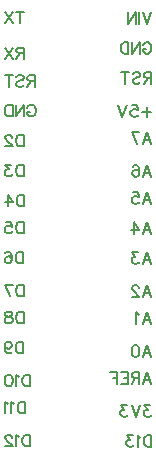
<source format=gbo>
G04 Layer: BottomSilkLayer*
G04 EasyEDA v6.1.52, Thu, 04 Jul 2019 13:45:13 GMT*
G04 5f4dbd749d0d43b7a9a8e441b0d7f472,88f35c52922c4fbc8d6ac25f651a04fd,10*
G04 Gerber Generator version 0.2*
G04 Scale: 100 percent, Rotated: No, Reflected: No *
G04 Dimensions in millimeters *
G04 leading zeros omitted , absolute positions ,3 integer and 3 decimal *
%FSLAX33Y33*%
%MOMM*%
G90*
G71D02*

%ADD19C,0.203200*%

%LPD*%
G54D19*
G01X4068Y40201D02*
G01X4068Y39231D01*
G01X4391Y40201D02*
G01X3745Y40201D01*
G01X3440Y40201D02*
G01X2794Y39231D01*
G01X2794Y40201D02*
G01X3440Y39231D01*
G01X4927Y4364D02*
G01X4927Y3394D01*
G01X4927Y4364D02*
G01X4604Y4364D01*
G01X4465Y4318D01*
G01X4373Y4225D01*
G01X4327Y4133D01*
G01X4281Y3994D01*
G01X4281Y3763D01*
G01X4327Y3625D01*
G01X4373Y3532D01*
G01X4465Y3440D01*
G01X4604Y3394D01*
G01X4927Y3394D01*
G01X3976Y4179D02*
G01X3883Y4225D01*
G01X3745Y4364D01*
G01X3745Y3394D01*
G01X3394Y4133D02*
G01X3394Y4179D01*
G01X3348Y4271D01*
G01X3302Y4318D01*
G01X3209Y4364D01*
G01X3024Y4364D01*
G01X2932Y4318D01*
G01X2886Y4271D01*
G01X2840Y4179D01*
G01X2840Y4087D01*
G01X2886Y3994D01*
G01X2978Y3856D01*
G01X3440Y3394D01*
G01X2794Y3394D01*
G01X4696Y32072D02*
G01X4742Y32166D01*
G01X4836Y32258D01*
G01X4927Y32303D01*
G01X5113Y32303D01*
G01X5204Y32258D01*
G01X5298Y32166D01*
G01X5344Y32072D01*
G01X5389Y31935D01*
G01X5389Y31704D01*
G01X5344Y31564D01*
G01X5298Y31473D01*
G01X5204Y31381D01*
G01X5113Y31333D01*
G01X4927Y31333D01*
G01X4836Y31381D01*
G01X4742Y31473D01*
G01X4696Y31564D01*
G01X4696Y31704D01*
G01X4927Y31704D02*
G01X4696Y31704D01*
G01X4391Y32303D02*
G01X4391Y31333D01*
G01X4391Y32303D02*
G01X3746Y31333D01*
G01X3746Y32303D02*
G01X3746Y31333D01*
G01X3441Y32303D02*
G01X3441Y31333D01*
G01X3441Y32303D02*
G01X3116Y32303D01*
G01X2979Y32258D01*
G01X2887Y32166D01*
G01X2839Y32072D01*
G01X2794Y31935D01*
G01X2794Y31704D01*
G01X2839Y31564D01*
G01X2887Y31473D01*
G01X2979Y31381D01*
G01X3116Y31333D01*
G01X3441Y31333D01*
G01X4391Y37153D02*
G01X4391Y36183D01*
G01X4391Y37153D02*
G01X3976Y37153D01*
G01X3837Y37106D01*
G01X3791Y37060D01*
G01X3745Y36968D01*
G01X3745Y36875D01*
G01X3791Y36783D01*
G01X3837Y36737D01*
G01X3976Y36691D01*
G01X4391Y36691D01*
G01X4068Y36691D02*
G01X3745Y36183D01*
G01X3440Y37153D02*
G01X2794Y36183D01*
G01X2794Y37153D02*
G01X3440Y36183D01*
G01X5343Y34798D02*
G01X5343Y33828D01*
G01X5343Y34798D02*
G01X4927Y34798D01*
G01X4789Y34752D01*
G01X4742Y34706D01*
G01X4696Y34613D01*
G01X4696Y34521D01*
G01X4742Y34429D01*
G01X4789Y34382D01*
G01X4927Y34336D01*
G01X5343Y34336D01*
G01X5019Y34336D02*
G01X4696Y33828D01*
G01X3745Y34659D02*
G01X3837Y34752D01*
G01X3976Y34798D01*
G01X4160Y34798D01*
G01X4299Y34752D01*
G01X4391Y34659D01*
G01X4391Y34567D01*
G01X4345Y34475D01*
G01X4299Y34429D01*
G01X4207Y34382D01*
G01X3930Y34290D01*
G01X3837Y34244D01*
G01X3791Y34198D01*
G01X3745Y34105D01*
G01X3745Y33967D01*
G01X3837Y33874D01*
G01X3976Y33828D01*
G01X4160Y33828D01*
G01X4299Y33874D01*
G01X4391Y33967D01*
G01X3117Y34798D02*
G01X3117Y33828D01*
G01X3440Y34798D02*
G01X2794Y34798D01*
G01X4391Y29763D02*
G01X4391Y28793D01*
G01X4391Y29763D02*
G01X4069Y29763D01*
G01X3929Y29718D01*
G01X3837Y29626D01*
G01X3792Y29532D01*
G01X3743Y29395D01*
G01X3743Y29164D01*
G01X3792Y29024D01*
G01X3837Y28933D01*
G01X3929Y28841D01*
G01X4069Y28793D01*
G01X4391Y28793D01*
G01X3393Y29532D02*
G01X3393Y29578D01*
G01X3347Y29672D01*
G01X3302Y29718D01*
G01X3210Y29763D01*
G01X3025Y29763D01*
G01X2931Y29718D01*
G01X2885Y29672D01*
G01X2839Y29578D01*
G01X2839Y29486D01*
G01X2885Y29395D01*
G01X2979Y29255D01*
G01X3439Y28793D01*
G01X2794Y28793D01*
G01X4391Y27223D02*
G01X4391Y26253D01*
G01X4391Y27223D02*
G01X4069Y27223D01*
G01X3929Y27178D01*
G01X3837Y27086D01*
G01X3792Y26992D01*
G01X3743Y26855D01*
G01X3743Y26624D01*
G01X3792Y26484D01*
G01X3837Y26393D01*
G01X3929Y26301D01*
G01X4069Y26253D01*
G01X4391Y26253D01*
G01X3347Y27223D02*
G01X2839Y27223D01*
G01X3116Y26855D01*
G01X2979Y26855D01*
G01X2885Y26809D01*
G01X2839Y26761D01*
G01X2794Y26624D01*
G01X2794Y26530D01*
G01X2839Y26393D01*
G01X2931Y26301D01*
G01X3070Y26253D01*
G01X3210Y26253D01*
G01X3347Y26301D01*
G01X3393Y26347D01*
G01X3439Y26438D01*
G01X4437Y24683D02*
G01X4437Y23713D01*
G01X4437Y24683D02*
G01X4114Y24683D01*
G01X3975Y24638D01*
G01X3883Y24546D01*
G01X3837Y24452D01*
G01X3789Y24315D01*
G01X3789Y24084D01*
G01X3837Y23944D01*
G01X3883Y23853D01*
G01X3975Y23761D01*
G01X4114Y23713D01*
G01X4437Y23713D01*
G01X3025Y24683D02*
G01X3484Y24038D01*
G01X2794Y24038D01*
G01X3025Y24683D02*
G01X3025Y23713D01*
G01X4391Y22397D02*
G01X4391Y21427D01*
G01X4391Y22397D02*
G01X4069Y22397D01*
G01X3929Y22352D01*
G01X3837Y22260D01*
G01X3792Y22166D01*
G01X3743Y22029D01*
G01X3743Y21798D01*
G01X3792Y21658D01*
G01X3837Y21567D01*
G01X3929Y21475D01*
G01X4069Y21427D01*
G01X4391Y21427D01*
G01X2885Y22397D02*
G01X3347Y22397D01*
G01X3393Y21983D01*
G01X3347Y22029D01*
G01X3210Y22075D01*
G01X3070Y22075D01*
G01X2931Y22029D01*
G01X2839Y21935D01*
G01X2794Y21798D01*
G01X2794Y21704D01*
G01X2839Y21567D01*
G01X2931Y21475D01*
G01X3070Y21427D01*
G01X3210Y21427D01*
G01X3347Y21475D01*
G01X3393Y21521D01*
G01X3439Y21612D01*
G01X4345Y19857D02*
G01X4345Y18887D01*
G01X4345Y19857D02*
G01X4023Y19857D01*
G01X3883Y19812D01*
G01X3792Y19720D01*
G01X3746Y19626D01*
G01X3698Y19489D01*
G01X3698Y19258D01*
G01X3746Y19118D01*
G01X3792Y19027D01*
G01X3883Y18935D01*
G01X4023Y18887D01*
G01X4345Y18887D01*
G01X2839Y19720D02*
G01X2885Y19812D01*
G01X3025Y19857D01*
G01X3116Y19857D01*
G01X3256Y19812D01*
G01X3347Y19672D01*
G01X3393Y19443D01*
G01X3393Y19212D01*
G01X3347Y19027D01*
G01X3256Y18935D01*
G01X3116Y18887D01*
G01X3070Y18887D01*
G01X2933Y18935D01*
G01X2839Y19027D01*
G01X2794Y19164D01*
G01X2794Y19212D01*
G01X2839Y19349D01*
G01X2933Y19443D01*
G01X3070Y19489D01*
G01X3116Y19489D01*
G01X3256Y19443D01*
G01X3347Y19349D01*
G01X3393Y19212D01*
G01X4391Y17063D02*
G01X4391Y16093D01*
G01X4391Y17063D02*
G01X4069Y17063D01*
G01X3929Y17018D01*
G01X3837Y16926D01*
G01X3792Y16832D01*
G01X3743Y16695D01*
G01X3743Y16464D01*
G01X3792Y16324D01*
G01X3837Y16233D01*
G01X3929Y16141D01*
G01X4069Y16093D01*
G01X4391Y16093D01*
G01X2794Y17063D02*
G01X3256Y16093D01*
G01X3439Y17063D02*
G01X2794Y17063D01*
G01X4391Y14777D02*
G01X4391Y13807D01*
G01X4391Y14777D02*
G01X4069Y14777D01*
G01X3929Y14732D01*
G01X3837Y14640D01*
G01X3792Y14546D01*
G01X3743Y14409D01*
G01X3743Y14178D01*
G01X3792Y14038D01*
G01X3837Y13947D01*
G01X3929Y13855D01*
G01X4069Y13807D01*
G01X4391Y13807D01*
G01X3210Y14777D02*
G01X3347Y14732D01*
G01X3393Y14640D01*
G01X3393Y14546D01*
G01X3347Y14455D01*
G01X3256Y14409D01*
G01X3070Y14363D01*
G01X2931Y14315D01*
G01X2839Y14224D01*
G01X2794Y14132D01*
G01X2794Y13992D01*
G01X2839Y13901D01*
G01X2885Y13855D01*
G01X3025Y13807D01*
G01X3210Y13807D01*
G01X3347Y13855D01*
G01X3393Y13901D01*
G01X3439Y13992D01*
G01X3439Y14132D01*
G01X3393Y14224D01*
G01X3302Y14315D01*
G01X3162Y14363D01*
G01X2979Y14409D01*
G01X2885Y14455D01*
G01X2839Y14546D01*
G01X2839Y14640D01*
G01X2885Y14732D01*
G01X3025Y14777D01*
G01X3210Y14777D01*
G01X4345Y12237D02*
G01X4345Y11267D01*
G01X4345Y12237D02*
G01X4023Y12237D01*
G01X3883Y12192D01*
G01X3792Y12100D01*
G01X3746Y12006D01*
G01X3698Y11869D01*
G01X3698Y11638D01*
G01X3746Y11498D01*
G01X3792Y11407D01*
G01X3883Y11315D01*
G01X4023Y11267D01*
G01X4345Y11267D01*
G01X2794Y11915D02*
G01X2839Y11775D01*
G01X2933Y11684D01*
G01X3070Y11638D01*
G01X3116Y11638D01*
G01X3256Y11684D01*
G01X3347Y11775D01*
G01X3393Y11915D01*
G01X3393Y11960D01*
G01X3347Y12100D01*
G01X3256Y12192D01*
G01X3116Y12237D01*
G01X3070Y12237D01*
G01X2933Y12192D01*
G01X2839Y12100D01*
G01X2794Y11915D01*
G01X2794Y11684D01*
G01X2839Y11452D01*
G01X2933Y11315D01*
G01X3070Y11267D01*
G01X3164Y11267D01*
G01X3302Y11315D01*
G01X3347Y11407D01*
G01X4927Y9443D02*
G01X4927Y8473D01*
G01X4927Y9443D02*
G01X4605Y9443D01*
G01X4465Y9398D01*
G01X4373Y9306D01*
G01X4328Y9212D01*
G01X4279Y9075D01*
G01X4279Y8844D01*
G01X4328Y8704D01*
G01X4373Y8613D01*
G01X4465Y8521D01*
G01X4605Y8473D01*
G01X4927Y8473D01*
G01X3975Y9258D02*
G01X3883Y9306D01*
G01X3746Y9443D01*
G01X3746Y8473D01*
G01X3162Y9443D02*
G01X3302Y9398D01*
G01X3393Y9258D01*
G01X3441Y9029D01*
G01X3441Y8890D01*
G01X3393Y8658D01*
G01X3302Y8521D01*
G01X3162Y8473D01*
G01X3070Y8473D01*
G01X2933Y8521D01*
G01X2839Y8658D01*
G01X2794Y8890D01*
G01X2794Y9029D01*
G01X2839Y9258D01*
G01X2933Y9398D01*
G01X3070Y9443D01*
G01X3162Y9443D01*
G01X4511Y7158D02*
G01X4511Y6188D01*
G01X4511Y7158D02*
G01X4188Y7158D01*
G01X4050Y7112D01*
G01X3957Y7019D01*
G01X3911Y6927D01*
G01X3865Y6788D01*
G01X3865Y6557D01*
G01X3911Y6419D01*
G01X3957Y6326D01*
G01X4050Y6234D01*
G01X4188Y6188D01*
G01X4511Y6188D01*
G01X3560Y6973D02*
G01X3468Y7019D01*
G01X3329Y7158D01*
G01X3329Y6188D01*
G01X3024Y6973D02*
G01X2932Y7019D01*
G01X2794Y7158D01*
G01X2794Y6188D01*
G01X14508Y37360D02*
G01X14554Y37454D01*
G01X14648Y37546D01*
G01X14739Y37592D01*
G01X14925Y37592D01*
G01X15016Y37546D01*
G01X15110Y37454D01*
G01X15156Y37360D01*
G01X15201Y37223D01*
G01X15201Y36992D01*
G01X15156Y36852D01*
G01X15110Y36761D01*
G01X15016Y36669D01*
G01X14925Y36621D01*
G01X14739Y36621D01*
G01X14648Y36669D01*
G01X14554Y36761D01*
G01X14508Y36852D01*
G01X14508Y36992D01*
G01X14739Y36992D02*
G01X14508Y36992D01*
G01X14203Y37592D02*
G01X14203Y36621D01*
G01X14203Y37592D02*
G01X13558Y36621D01*
G01X13558Y37592D02*
G01X13558Y36621D01*
G01X13253Y37592D02*
G01X13253Y36621D01*
G01X13253Y37592D02*
G01X12928Y37592D01*
G01X12791Y37546D01*
G01X12700Y37454D01*
G01X12651Y37360D01*
G01X12606Y37223D01*
G01X12606Y36992D01*
G01X12651Y36852D01*
G01X12700Y36761D01*
G01X12791Y36669D01*
G01X12928Y36621D01*
G01X13253Y36621D01*
G01X14785Y32120D02*
G01X14785Y31287D01*
G01X15201Y31704D02*
G01X14371Y31704D01*
G01X13512Y32258D02*
G01X13972Y32258D01*
G01X14020Y31843D01*
G01X13972Y31889D01*
G01X13835Y31935D01*
G01X13695Y31935D01*
G01X13558Y31889D01*
G01X13464Y31795D01*
G01X13418Y31658D01*
G01X13418Y31564D01*
G01X13464Y31427D01*
G01X13558Y31335D01*
G01X13695Y31287D01*
G01X13835Y31287D01*
G01X13972Y31335D01*
G01X14020Y31381D01*
G01X14066Y31473D01*
G01X13114Y32258D02*
G01X12745Y31287D01*
G01X12374Y32258D02*
G01X12745Y31287D01*
G01X15201Y40132D02*
G01X14833Y39161D01*
G01X14462Y40132D02*
G01X14833Y39161D01*
G01X14157Y40132D02*
G01X14157Y39161D01*
G01X13853Y40132D02*
G01X13853Y39161D01*
G01X13853Y40132D02*
G01X13208Y39161D01*
G01X13208Y40132D02*
G01X13208Y39161D01*
G01X15201Y4318D02*
G01X15201Y3347D01*
G01X15201Y4318D02*
G01X14879Y4318D01*
G01X14739Y4272D01*
G01X14648Y4180D01*
G01X14602Y4086D01*
G01X14554Y3949D01*
G01X14554Y3718D01*
G01X14602Y3578D01*
G01X14648Y3487D01*
G01X14739Y3395D01*
G01X14879Y3347D01*
G01X15201Y3347D01*
G01X14249Y4132D02*
G01X14157Y4180D01*
G01X14020Y4318D01*
G01X14020Y3347D01*
G01X13622Y4318D02*
G01X13114Y4318D01*
G01X13390Y3949D01*
G01X13253Y3949D01*
G01X13159Y3903D01*
G01X13114Y3855D01*
G01X13068Y3718D01*
G01X13068Y3624D01*
G01X13114Y3487D01*
G01X13208Y3395D01*
G01X13345Y3347D01*
G01X13484Y3347D01*
G01X13622Y3395D01*
G01X13667Y3441D01*
G01X13716Y3533D01*
G01X15110Y6858D02*
G01X14602Y6858D01*
G01X14879Y6489D01*
G01X14739Y6489D01*
G01X14648Y6443D01*
G01X14602Y6395D01*
G01X14554Y6258D01*
G01X14554Y6164D01*
G01X14602Y6027D01*
G01X14693Y5935D01*
G01X14833Y5887D01*
G01X14970Y5887D01*
G01X15110Y5935D01*
G01X15156Y5981D01*
G01X15201Y6073D01*
G01X14249Y6858D02*
G01X13881Y5887D01*
G01X13512Y6858D02*
G01X13881Y5887D01*
G01X13114Y6858D02*
G01X12606Y6858D01*
G01X12882Y6489D01*
G01X12745Y6489D01*
G01X12651Y6443D01*
G01X12606Y6395D01*
G01X12560Y6258D01*
G01X12560Y6164D01*
G01X12606Y6027D01*
G01X12700Y5935D01*
G01X12837Y5887D01*
G01X12976Y5887D01*
G01X13114Y5935D01*
G01X13159Y5981D01*
G01X13208Y6073D01*
G01X14833Y9652D02*
G01X15201Y8681D01*
G01X14833Y9652D02*
G01X14462Y8681D01*
G01X15062Y9006D02*
G01X14602Y9006D01*
G01X14157Y9652D02*
G01X14157Y8681D01*
G01X14157Y9652D02*
G01X13741Y9652D01*
G01X13604Y9606D01*
G01X13558Y9560D01*
G01X13512Y9466D01*
G01X13512Y9375D01*
G01X13558Y9283D01*
G01X13604Y9237D01*
G01X13741Y9189D01*
G01X14157Y9189D01*
G01X13835Y9189D02*
G01X13512Y8681D01*
G01X13208Y9652D02*
G01X13208Y8681D01*
G01X13208Y9652D02*
G01X12606Y9652D01*
G01X13208Y9189D02*
G01X12837Y9189D01*
G01X13208Y8681D02*
G01X12606Y8681D01*
G01X12301Y9652D02*
G01X12301Y8681D01*
G01X12301Y9652D02*
G01X11701Y9652D01*
G01X12301Y9189D02*
G01X11932Y9189D01*
G01X14833Y11938D02*
G01X15201Y10967D01*
G01X14833Y11938D02*
G01X14462Y10967D01*
G01X15062Y11292D02*
G01X14602Y11292D01*
G01X13881Y11938D02*
G01X14020Y11892D01*
G01X14112Y11752D01*
G01X14157Y11523D01*
G01X14157Y11384D01*
G01X14112Y11153D01*
G01X14020Y11015D01*
G01X13881Y10967D01*
G01X13789Y10967D01*
G01X13649Y11015D01*
G01X13558Y11153D01*
G01X13512Y11384D01*
G01X13512Y11523D01*
G01X13558Y11752D01*
G01X13649Y11892D01*
G01X13789Y11938D01*
G01X13881Y11938D01*
G01X14833Y14732D02*
G01X15201Y13761D01*
G01X14833Y14732D02*
G01X14462Y13761D01*
G01X15062Y14086D02*
G01X14602Y14086D01*
G01X14157Y14546D02*
G01X14066Y14594D01*
G01X13926Y14732D01*
G01X13926Y13761D01*
G01X14833Y17018D02*
G01X15201Y16047D01*
G01X14833Y17018D02*
G01X14462Y16047D01*
G01X15062Y16372D02*
G01X14602Y16372D01*
G01X14112Y16786D02*
G01X14112Y16832D01*
G01X14066Y16926D01*
G01X14020Y16972D01*
G01X13926Y17018D01*
G01X13741Y17018D01*
G01X13649Y16972D01*
G01X13604Y16926D01*
G01X13558Y16832D01*
G01X13558Y16741D01*
G01X13604Y16649D01*
G01X13695Y16510D01*
G01X14157Y16047D01*
G01X13512Y16047D01*
G01X14833Y19812D02*
G01X15201Y18841D01*
G01X14833Y19812D02*
G01X14462Y18841D01*
G01X15062Y19166D02*
G01X14602Y19166D01*
G01X14066Y19812D02*
G01X13558Y19812D01*
G01X13835Y19443D01*
G01X13695Y19443D01*
G01X13604Y19397D01*
G01X13558Y19349D01*
G01X13512Y19212D01*
G01X13512Y19118D01*
G01X13558Y18981D01*
G01X13649Y18889D01*
G01X13789Y18841D01*
G01X13926Y18841D01*
G01X14066Y18889D01*
G01X14112Y18935D01*
G01X14157Y19027D01*
G01X14833Y22352D02*
G01X15201Y21381D01*
G01X14833Y22352D02*
G01X14462Y21381D01*
G01X15062Y21706D02*
G01X14602Y21706D01*
G01X13695Y22352D02*
G01X14157Y21706D01*
G01X13464Y21706D01*
G01X13695Y22352D02*
G01X13695Y21381D01*
G01X14833Y24892D02*
G01X15201Y23921D01*
G01X14833Y24892D02*
G01X14462Y23921D01*
G01X15062Y24246D02*
G01X14602Y24246D01*
G01X13604Y24892D02*
G01X14066Y24892D01*
G01X14112Y24477D01*
G01X14066Y24523D01*
G01X13926Y24569D01*
G01X13789Y24569D01*
G01X13649Y24523D01*
G01X13558Y24429D01*
G01X13512Y24292D01*
G01X13512Y24198D01*
G01X13558Y24061D01*
G01X13649Y23969D01*
G01X13789Y23921D01*
G01X13926Y23921D01*
G01X14066Y23969D01*
G01X14112Y24015D01*
G01X14157Y24107D01*
G01X14833Y27178D02*
G01X15201Y26207D01*
G01X14833Y27178D02*
G01X14462Y26207D01*
G01X15062Y26532D02*
G01X14602Y26532D01*
G01X13604Y27040D02*
G01X13649Y27132D01*
G01X13789Y27178D01*
G01X13881Y27178D01*
G01X14020Y27132D01*
G01X14112Y26992D01*
G01X14157Y26763D01*
G01X14157Y26532D01*
G01X14112Y26347D01*
G01X14020Y26255D01*
G01X13881Y26207D01*
G01X13835Y26207D01*
G01X13695Y26255D01*
G01X13604Y26347D01*
G01X13558Y26484D01*
G01X13558Y26532D01*
G01X13604Y26670D01*
G01X13695Y26763D01*
G01X13835Y26809D01*
G01X13881Y26809D01*
G01X14020Y26763D01*
G01X14112Y26670D01*
G01X14157Y26532D01*
G01X14833Y29972D02*
G01X15201Y29001D01*
G01X14833Y29972D02*
G01X14462Y29001D01*
G01X15062Y29326D02*
G01X14602Y29326D01*
G01X13512Y29972D02*
G01X13972Y29001D01*
G01X14157Y29972D02*
G01X13512Y29972D01*
G01X15201Y35052D02*
G01X15201Y34081D01*
G01X15201Y35052D02*
G01X14785Y35052D01*
G01X14648Y35006D01*
G01X14602Y34960D01*
G01X14554Y34866D01*
G01X14554Y34775D01*
G01X14602Y34683D01*
G01X14648Y34637D01*
G01X14785Y34589D01*
G01X15201Y34589D01*
G01X14879Y34589D02*
G01X14554Y34081D01*
G01X13604Y34914D02*
G01X13695Y35006D01*
G01X13835Y35052D01*
G01X14020Y35052D01*
G01X14157Y35006D01*
G01X14249Y34914D01*
G01X14249Y34820D01*
G01X14203Y34729D01*
G01X14157Y34683D01*
G01X14066Y34637D01*
G01X13789Y34544D01*
G01X13695Y34498D01*
G01X13649Y34452D01*
G01X13604Y34358D01*
G01X13604Y34221D01*
G01X13695Y34129D01*
G01X13835Y34081D01*
G01X14020Y34081D01*
G01X14157Y34129D01*
G01X14249Y34221D01*
G01X12976Y35052D02*
G01X12976Y34081D01*
G01X13299Y35052D02*
G01X12651Y35052D01*
M00*
M02*

</source>
